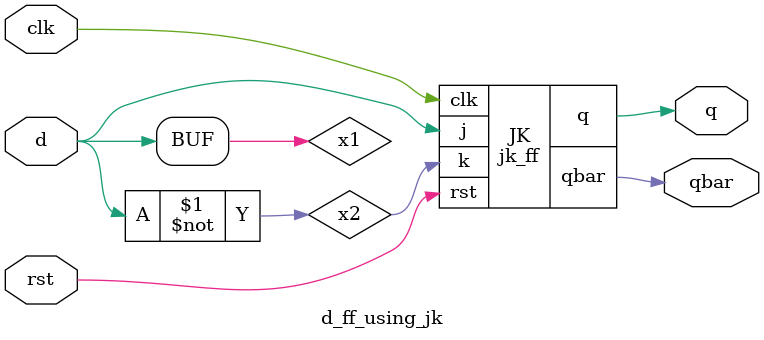
<source format=v>
`timescale 1ns / 1ps

module jk_ff(input clk,rst,j,k,output reg q=0,output qbar);
assign qbar=~q;
always@(posedge clk)
begin
if(!rst)
begin
case({j,k})
2'b00:q<=q;
2'b01:q<=0;
2'b10:q<=1;
2'b11:q<=~q;
endcase
end
end
endmodule
module d_ff_using_jk(
    input clk,
    input rst,
    input d,
    output q,
    output qbar
    );
  wire x1,x2;
  assign x1=d;
  assign x2=~d;
  jk_ff JK(clk,rst,x1,x2,q,qbar);
endmodule

</source>
